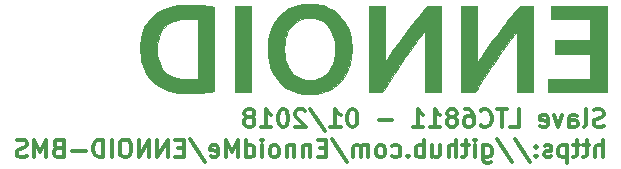
<source format=gbr>
G04 #@! TF.GenerationSoftware,KiCad,Pcbnew,5.1.0-rc2-unknown-d2d2101~82~ubuntu18.10.1*
G04 #@! TF.CreationDate,2019-03-08T15:06:41-05:00*
G04 #@! TF.ProjectId,LTC6811,4c544336-3831-4312-9e6b-696361645f70,rev?*
G04 #@! TF.SameCoordinates,Original*
G04 #@! TF.FileFunction,Legend,Bot*
G04 #@! TF.FilePolarity,Positive*
%FSLAX46Y46*%
G04 Gerber Fmt 4.6, Leading zero omitted, Abs format (unit mm)*
G04 Created by KiCad (PCBNEW 5.1.0-rc2-unknown-d2d2101~82~ubuntu18.10.1) date 2019-03-08 15:06:41*
%MOMM*%
%LPD*%
G04 APERTURE LIST*
%ADD10C,0.300000*%
%ADD11C,0.010000*%
G04 APERTURE END LIST*
D10*
X72519285Y-44832142D02*
X72305000Y-44903571D01*
X71947857Y-44903571D01*
X71805000Y-44832142D01*
X71733571Y-44760714D01*
X71662142Y-44617857D01*
X71662142Y-44475000D01*
X71733571Y-44332142D01*
X71805000Y-44260714D01*
X71947857Y-44189285D01*
X72233571Y-44117857D01*
X72376428Y-44046428D01*
X72447857Y-43975000D01*
X72519285Y-43832142D01*
X72519285Y-43689285D01*
X72447857Y-43546428D01*
X72376428Y-43475000D01*
X72233571Y-43403571D01*
X71876428Y-43403571D01*
X71662142Y-43475000D01*
X70805000Y-44903571D02*
X70947857Y-44832142D01*
X71019285Y-44689285D01*
X71019285Y-43403571D01*
X69590714Y-44903571D02*
X69590714Y-44117857D01*
X69662142Y-43975000D01*
X69805000Y-43903571D01*
X70090714Y-43903571D01*
X70233571Y-43975000D01*
X69590714Y-44832142D02*
X69733571Y-44903571D01*
X70090714Y-44903571D01*
X70233571Y-44832142D01*
X70305000Y-44689285D01*
X70305000Y-44546428D01*
X70233571Y-44403571D01*
X70090714Y-44332142D01*
X69733571Y-44332142D01*
X69590714Y-44260714D01*
X69019285Y-43903571D02*
X68662142Y-44903571D01*
X68305000Y-43903571D01*
X67162142Y-44832142D02*
X67305000Y-44903571D01*
X67590714Y-44903571D01*
X67733571Y-44832142D01*
X67805000Y-44689285D01*
X67805000Y-44117857D01*
X67733571Y-43975000D01*
X67590714Y-43903571D01*
X67305000Y-43903571D01*
X67162142Y-43975000D01*
X67090714Y-44117857D01*
X67090714Y-44260714D01*
X67805000Y-44403571D01*
X64590714Y-44903571D02*
X65305000Y-44903571D01*
X65305000Y-43403571D01*
X64305000Y-43403571D02*
X63447857Y-43403571D01*
X63876428Y-44903571D02*
X63876428Y-43403571D01*
X62090714Y-44760714D02*
X62162142Y-44832142D01*
X62376428Y-44903571D01*
X62519285Y-44903571D01*
X62733571Y-44832142D01*
X62876428Y-44689285D01*
X62947857Y-44546428D01*
X63019285Y-44260714D01*
X63019285Y-44046428D01*
X62947857Y-43760714D01*
X62876428Y-43617857D01*
X62733571Y-43475000D01*
X62519285Y-43403571D01*
X62376428Y-43403571D01*
X62162142Y-43475000D01*
X62090714Y-43546428D01*
X60805000Y-43403571D02*
X61090714Y-43403571D01*
X61233571Y-43475000D01*
X61305000Y-43546428D01*
X61447857Y-43760714D01*
X61519285Y-44046428D01*
X61519285Y-44617857D01*
X61447857Y-44760714D01*
X61376428Y-44832142D01*
X61233571Y-44903571D01*
X60947857Y-44903571D01*
X60805000Y-44832142D01*
X60733571Y-44760714D01*
X60662142Y-44617857D01*
X60662142Y-44260714D01*
X60733571Y-44117857D01*
X60805000Y-44046428D01*
X60947857Y-43975000D01*
X61233571Y-43975000D01*
X61376428Y-44046428D01*
X61447857Y-44117857D01*
X61519285Y-44260714D01*
X59805000Y-44046428D02*
X59947857Y-43975000D01*
X60019285Y-43903571D01*
X60090714Y-43760714D01*
X60090714Y-43689285D01*
X60019285Y-43546428D01*
X59947857Y-43475000D01*
X59805000Y-43403571D01*
X59519285Y-43403571D01*
X59376428Y-43475000D01*
X59305000Y-43546428D01*
X59233571Y-43689285D01*
X59233571Y-43760714D01*
X59305000Y-43903571D01*
X59376428Y-43975000D01*
X59519285Y-44046428D01*
X59805000Y-44046428D01*
X59947857Y-44117857D01*
X60019285Y-44189285D01*
X60090714Y-44332142D01*
X60090714Y-44617857D01*
X60019285Y-44760714D01*
X59947857Y-44832142D01*
X59805000Y-44903571D01*
X59519285Y-44903571D01*
X59376428Y-44832142D01*
X59305000Y-44760714D01*
X59233571Y-44617857D01*
X59233571Y-44332142D01*
X59305000Y-44189285D01*
X59376428Y-44117857D01*
X59519285Y-44046428D01*
X57805000Y-44903571D02*
X58662142Y-44903571D01*
X58233571Y-44903571D02*
X58233571Y-43403571D01*
X58376428Y-43617857D01*
X58519285Y-43760714D01*
X58662142Y-43832142D01*
X56376428Y-44903571D02*
X57233571Y-44903571D01*
X56805000Y-44903571D02*
X56805000Y-43403571D01*
X56947857Y-43617857D01*
X57090714Y-43760714D01*
X57233571Y-43832142D01*
X54590714Y-44332142D02*
X53447857Y-44332142D01*
X51305000Y-43403571D02*
X51162142Y-43403571D01*
X51019285Y-43475000D01*
X50947857Y-43546428D01*
X50876428Y-43689285D01*
X50805000Y-43975000D01*
X50805000Y-44332142D01*
X50876428Y-44617857D01*
X50947857Y-44760714D01*
X51019285Y-44832142D01*
X51162142Y-44903571D01*
X51305000Y-44903571D01*
X51447857Y-44832142D01*
X51519285Y-44760714D01*
X51590714Y-44617857D01*
X51662142Y-44332142D01*
X51662142Y-43975000D01*
X51590714Y-43689285D01*
X51519285Y-43546428D01*
X51447857Y-43475000D01*
X51305000Y-43403571D01*
X49376428Y-44903571D02*
X50233571Y-44903571D01*
X49805000Y-44903571D02*
X49805000Y-43403571D01*
X49947857Y-43617857D01*
X50090714Y-43760714D01*
X50233571Y-43832142D01*
X47662142Y-43332142D02*
X48947857Y-45260714D01*
X47233571Y-43546428D02*
X47162142Y-43475000D01*
X47019285Y-43403571D01*
X46662142Y-43403571D01*
X46519285Y-43475000D01*
X46447857Y-43546428D01*
X46376428Y-43689285D01*
X46376428Y-43832142D01*
X46447857Y-44046428D01*
X47305000Y-44903571D01*
X46376428Y-44903571D01*
X45447857Y-43403571D02*
X45305000Y-43403571D01*
X45162142Y-43475000D01*
X45090714Y-43546428D01*
X45019285Y-43689285D01*
X44947857Y-43975000D01*
X44947857Y-44332142D01*
X45019285Y-44617857D01*
X45090714Y-44760714D01*
X45162142Y-44832142D01*
X45305000Y-44903571D01*
X45447857Y-44903571D01*
X45590714Y-44832142D01*
X45662142Y-44760714D01*
X45733571Y-44617857D01*
X45805000Y-44332142D01*
X45805000Y-43975000D01*
X45733571Y-43689285D01*
X45662142Y-43546428D01*
X45590714Y-43475000D01*
X45447857Y-43403571D01*
X43519285Y-44903571D02*
X44376428Y-44903571D01*
X43947857Y-44903571D02*
X43947857Y-43403571D01*
X44090714Y-43617857D01*
X44233571Y-43760714D01*
X44376428Y-43832142D01*
X42662142Y-44046428D02*
X42805000Y-43975000D01*
X42876428Y-43903571D01*
X42947857Y-43760714D01*
X42947857Y-43689285D01*
X42876428Y-43546428D01*
X42805000Y-43475000D01*
X42662142Y-43403571D01*
X42376428Y-43403571D01*
X42233571Y-43475000D01*
X42162142Y-43546428D01*
X42090714Y-43689285D01*
X42090714Y-43760714D01*
X42162142Y-43903571D01*
X42233571Y-43975000D01*
X42376428Y-44046428D01*
X42662142Y-44046428D01*
X42805000Y-44117857D01*
X42876428Y-44189285D01*
X42947857Y-44332142D01*
X42947857Y-44617857D01*
X42876428Y-44760714D01*
X42805000Y-44832142D01*
X42662142Y-44903571D01*
X42376428Y-44903571D01*
X42233571Y-44832142D01*
X42162142Y-44760714D01*
X42090714Y-44617857D01*
X42090714Y-44332142D01*
X42162142Y-44189285D01*
X42233571Y-44117857D01*
X42376428Y-44046428D01*
X72447857Y-47453571D02*
X72447857Y-45953571D01*
X71805000Y-47453571D02*
X71805000Y-46667857D01*
X71876428Y-46525000D01*
X72019285Y-46453571D01*
X72233571Y-46453571D01*
X72376428Y-46525000D01*
X72447857Y-46596428D01*
X71305000Y-46453571D02*
X70733571Y-46453571D01*
X71090714Y-45953571D02*
X71090714Y-47239285D01*
X71019285Y-47382142D01*
X70876428Y-47453571D01*
X70733571Y-47453571D01*
X70447857Y-46453571D02*
X69876428Y-46453571D01*
X70233571Y-45953571D02*
X70233571Y-47239285D01*
X70162142Y-47382142D01*
X70019285Y-47453571D01*
X69876428Y-47453571D01*
X69376428Y-46453571D02*
X69376428Y-47953571D01*
X69376428Y-46525000D02*
X69233571Y-46453571D01*
X68947857Y-46453571D01*
X68805000Y-46525000D01*
X68733571Y-46596428D01*
X68662142Y-46739285D01*
X68662142Y-47167857D01*
X68733571Y-47310714D01*
X68805000Y-47382142D01*
X68947857Y-47453571D01*
X69233571Y-47453571D01*
X69376428Y-47382142D01*
X68090714Y-47382142D02*
X67947857Y-47453571D01*
X67662142Y-47453571D01*
X67519285Y-47382142D01*
X67447857Y-47239285D01*
X67447857Y-47167857D01*
X67519285Y-47025000D01*
X67662142Y-46953571D01*
X67876428Y-46953571D01*
X68019285Y-46882142D01*
X68090714Y-46739285D01*
X68090714Y-46667857D01*
X68019285Y-46525000D01*
X67876428Y-46453571D01*
X67662142Y-46453571D01*
X67519285Y-46525000D01*
X66804999Y-47310714D02*
X66733571Y-47382142D01*
X66804999Y-47453571D01*
X66876428Y-47382142D01*
X66804999Y-47310714D01*
X66804999Y-47453571D01*
X66804999Y-46525000D02*
X66733571Y-46596428D01*
X66804999Y-46667857D01*
X66876428Y-46596428D01*
X66804999Y-46525000D01*
X66804999Y-46667857D01*
X65019285Y-45882142D02*
X66304999Y-47810714D01*
X63447857Y-45882142D02*
X64733571Y-47810714D01*
X62304999Y-46453571D02*
X62304999Y-47667857D01*
X62376428Y-47810714D01*
X62447857Y-47882142D01*
X62590714Y-47953571D01*
X62804999Y-47953571D01*
X62947857Y-47882142D01*
X62304999Y-47382142D02*
X62447857Y-47453571D01*
X62733571Y-47453571D01*
X62876428Y-47382142D01*
X62947857Y-47310714D01*
X63019285Y-47167857D01*
X63019285Y-46739285D01*
X62947857Y-46596428D01*
X62876428Y-46525000D01*
X62733571Y-46453571D01*
X62447857Y-46453571D01*
X62304999Y-46525000D01*
X61590714Y-47453571D02*
X61590714Y-46453571D01*
X61590714Y-45953571D02*
X61662142Y-46025000D01*
X61590714Y-46096428D01*
X61519285Y-46025000D01*
X61590714Y-45953571D01*
X61590714Y-46096428D01*
X61090714Y-46453571D02*
X60519285Y-46453571D01*
X60876428Y-45953571D02*
X60876428Y-47239285D01*
X60804999Y-47382142D01*
X60662142Y-47453571D01*
X60519285Y-47453571D01*
X60019285Y-47453571D02*
X60019285Y-45953571D01*
X59376428Y-47453571D02*
X59376428Y-46667857D01*
X59447857Y-46525000D01*
X59590714Y-46453571D01*
X59804999Y-46453571D01*
X59947857Y-46525000D01*
X60019285Y-46596428D01*
X58019285Y-46453571D02*
X58019285Y-47453571D01*
X58662142Y-46453571D02*
X58662142Y-47239285D01*
X58590714Y-47382142D01*
X58447857Y-47453571D01*
X58233571Y-47453571D01*
X58090714Y-47382142D01*
X58019285Y-47310714D01*
X57304999Y-47453571D02*
X57304999Y-45953571D01*
X57304999Y-46525000D02*
X57162142Y-46453571D01*
X56876428Y-46453571D01*
X56733571Y-46525000D01*
X56662142Y-46596428D01*
X56590714Y-46739285D01*
X56590714Y-47167857D01*
X56662142Y-47310714D01*
X56733571Y-47382142D01*
X56876428Y-47453571D01*
X57162142Y-47453571D01*
X57304999Y-47382142D01*
X55947857Y-47310714D02*
X55876428Y-47382142D01*
X55947857Y-47453571D01*
X56019285Y-47382142D01*
X55947857Y-47310714D01*
X55947857Y-47453571D01*
X54590714Y-47382142D02*
X54733571Y-47453571D01*
X55019285Y-47453571D01*
X55162142Y-47382142D01*
X55233571Y-47310714D01*
X55304999Y-47167857D01*
X55304999Y-46739285D01*
X55233571Y-46596428D01*
X55162142Y-46525000D01*
X55019285Y-46453571D01*
X54733571Y-46453571D01*
X54590714Y-46525000D01*
X53733571Y-47453571D02*
X53876428Y-47382142D01*
X53947857Y-47310714D01*
X54019285Y-47167857D01*
X54019285Y-46739285D01*
X53947857Y-46596428D01*
X53876428Y-46525000D01*
X53733571Y-46453571D01*
X53519285Y-46453571D01*
X53376428Y-46525000D01*
X53304999Y-46596428D01*
X53233571Y-46739285D01*
X53233571Y-47167857D01*
X53304999Y-47310714D01*
X53376428Y-47382142D01*
X53519285Y-47453571D01*
X53733571Y-47453571D01*
X52590714Y-47453571D02*
X52590714Y-46453571D01*
X52590714Y-46596428D02*
X52519285Y-46525000D01*
X52376428Y-46453571D01*
X52162142Y-46453571D01*
X52019285Y-46525000D01*
X51947857Y-46667857D01*
X51947857Y-47453571D01*
X51947857Y-46667857D02*
X51876428Y-46525000D01*
X51733571Y-46453571D01*
X51519285Y-46453571D01*
X51376428Y-46525000D01*
X51304999Y-46667857D01*
X51304999Y-47453571D01*
X49519285Y-45882142D02*
X50804999Y-47810714D01*
X49019285Y-46667857D02*
X48519285Y-46667857D01*
X48304999Y-47453571D02*
X49019285Y-47453571D01*
X49019285Y-45953571D01*
X48304999Y-45953571D01*
X47662142Y-46453571D02*
X47662142Y-47453571D01*
X47662142Y-46596428D02*
X47590714Y-46525000D01*
X47447857Y-46453571D01*
X47233571Y-46453571D01*
X47090714Y-46525000D01*
X47019285Y-46667857D01*
X47019285Y-47453571D01*
X46304999Y-46453571D02*
X46304999Y-47453571D01*
X46304999Y-46596428D02*
X46233571Y-46525000D01*
X46090714Y-46453571D01*
X45876428Y-46453571D01*
X45733571Y-46525000D01*
X45662142Y-46667857D01*
X45662142Y-47453571D01*
X44733571Y-47453571D02*
X44876428Y-47382142D01*
X44947857Y-47310714D01*
X45019285Y-47167857D01*
X45019285Y-46739285D01*
X44947857Y-46596428D01*
X44876428Y-46525000D01*
X44733571Y-46453571D01*
X44519285Y-46453571D01*
X44376428Y-46525000D01*
X44304999Y-46596428D01*
X44233571Y-46739285D01*
X44233571Y-47167857D01*
X44304999Y-47310714D01*
X44376428Y-47382142D01*
X44519285Y-47453571D01*
X44733571Y-47453571D01*
X43590714Y-47453571D02*
X43590714Y-46453571D01*
X43590714Y-45953571D02*
X43662142Y-46025000D01*
X43590714Y-46096428D01*
X43519285Y-46025000D01*
X43590714Y-45953571D01*
X43590714Y-46096428D01*
X42233571Y-47453571D02*
X42233571Y-45953571D01*
X42233571Y-47382142D02*
X42376428Y-47453571D01*
X42662142Y-47453571D01*
X42804999Y-47382142D01*
X42876428Y-47310714D01*
X42947857Y-47167857D01*
X42947857Y-46739285D01*
X42876428Y-46596428D01*
X42804999Y-46525000D01*
X42662142Y-46453571D01*
X42376428Y-46453571D01*
X42233571Y-46525000D01*
X41519285Y-47453571D02*
X41519285Y-45953571D01*
X41019285Y-47025000D01*
X40519285Y-45953571D01*
X40519285Y-47453571D01*
X39233571Y-47382142D02*
X39376428Y-47453571D01*
X39662142Y-47453571D01*
X39804999Y-47382142D01*
X39876428Y-47239285D01*
X39876428Y-46667857D01*
X39804999Y-46525000D01*
X39662142Y-46453571D01*
X39376428Y-46453571D01*
X39233571Y-46525000D01*
X39162142Y-46667857D01*
X39162142Y-46810714D01*
X39876428Y-46953571D01*
X37447857Y-45882142D02*
X38733571Y-47810714D01*
X36947857Y-46667857D02*
X36447857Y-46667857D01*
X36233571Y-47453571D02*
X36947857Y-47453571D01*
X36947857Y-45953571D01*
X36233571Y-45953571D01*
X35590714Y-47453571D02*
X35590714Y-45953571D01*
X34733571Y-47453571D01*
X34733571Y-45953571D01*
X34019285Y-47453571D02*
X34019285Y-45953571D01*
X33162142Y-47453571D01*
X33162142Y-45953571D01*
X32162142Y-45953571D02*
X31876428Y-45953571D01*
X31733571Y-46025000D01*
X31590714Y-46167857D01*
X31519285Y-46453571D01*
X31519285Y-46953571D01*
X31590714Y-47239285D01*
X31733571Y-47382142D01*
X31876428Y-47453571D01*
X32162142Y-47453571D01*
X32304999Y-47382142D01*
X32447857Y-47239285D01*
X32519285Y-46953571D01*
X32519285Y-46453571D01*
X32447857Y-46167857D01*
X32304999Y-46025000D01*
X32162142Y-45953571D01*
X30876428Y-47453571D02*
X30876428Y-45953571D01*
X30162142Y-47453571D02*
X30162142Y-45953571D01*
X29804999Y-45953571D01*
X29590714Y-46025000D01*
X29447857Y-46167857D01*
X29376428Y-46310714D01*
X29304999Y-46596428D01*
X29304999Y-46810714D01*
X29376428Y-47096428D01*
X29447857Y-47239285D01*
X29590714Y-47382142D01*
X29804999Y-47453571D01*
X30162142Y-47453571D01*
X28662142Y-46882142D02*
X27519285Y-46882142D01*
X26304999Y-46667857D02*
X26090714Y-46739285D01*
X26019285Y-46810714D01*
X25947857Y-46953571D01*
X25947857Y-47167857D01*
X26019285Y-47310714D01*
X26090714Y-47382142D01*
X26233571Y-47453571D01*
X26804999Y-47453571D01*
X26804999Y-45953571D01*
X26304999Y-45953571D01*
X26162142Y-46025000D01*
X26090714Y-46096428D01*
X26019285Y-46239285D01*
X26019285Y-46382142D01*
X26090714Y-46525000D01*
X26162142Y-46596428D01*
X26304999Y-46667857D01*
X26804999Y-46667857D01*
X25304999Y-47453571D02*
X25304999Y-45953571D01*
X24804999Y-47025000D01*
X24304999Y-45953571D01*
X24304999Y-47453571D01*
X23662142Y-47382142D02*
X23447857Y-47453571D01*
X23090714Y-47453571D01*
X22947857Y-47382142D01*
X22876428Y-47310714D01*
X22804999Y-47167857D01*
X22804999Y-47025000D01*
X22876428Y-46882142D01*
X22947857Y-46810714D01*
X23090714Y-46739285D01*
X23376428Y-46667857D01*
X23519285Y-46596428D01*
X23590714Y-46525000D01*
X23662142Y-46382142D01*
X23662142Y-46239285D01*
X23590714Y-46096428D01*
X23519285Y-46025000D01*
X23376428Y-45953571D01*
X23019285Y-45953571D01*
X22804999Y-46025000D01*
D11*
G36*
X41264724Y-41960250D02*
G01*
X42612695Y-41960250D01*
X42612695Y-34612487D01*
X41264724Y-34612487D01*
X41264724Y-41960250D01*
X41264724Y-41960250D01*
G37*
X41264724Y-41960250D02*
X42612695Y-41960250D01*
X42612695Y-34612487D01*
X41264724Y-34612487D01*
X41264724Y-41960250D01*
G36*
X57395727Y-34843757D02*
G01*
X57176629Y-35091875D01*
X56943506Y-35367007D01*
X56693749Y-35672411D01*
X56424754Y-36011346D01*
X56133913Y-36387068D01*
X55818620Y-36802837D01*
X55673500Y-36996586D01*
X55548160Y-37165994D01*
X55408227Y-37357727D01*
X55257712Y-37566079D01*
X55100621Y-37785349D01*
X54940966Y-38009831D01*
X54782754Y-38233824D01*
X54629994Y-38451622D01*
X54486696Y-38657523D01*
X54356868Y-38845822D01*
X54244519Y-39010817D01*
X54153659Y-39146804D01*
X54088295Y-39248079D01*
X54070001Y-39277903D01*
X53991155Y-39409678D01*
X53984407Y-37011083D01*
X53977660Y-34612487D01*
X52629968Y-34612487D01*
X52629968Y-41960250D01*
X53780762Y-41960250D01*
X53897420Y-41768627D01*
X54078810Y-41474217D01*
X54284148Y-41147089D01*
X54506714Y-40797579D01*
X54739788Y-40436025D01*
X54976651Y-40072765D01*
X55210581Y-39718136D01*
X55434859Y-39382475D01*
X55642766Y-39076120D01*
X55731571Y-38947139D01*
X55837378Y-38796464D01*
X55965060Y-38618178D01*
X56109342Y-38419359D01*
X56264947Y-38207087D01*
X56426602Y-37988439D01*
X56589030Y-37770495D01*
X56746957Y-37560335D01*
X56895107Y-37365037D01*
X57028205Y-37191679D01*
X57140975Y-37047342D01*
X57226314Y-36941318D01*
X57387513Y-36746007D01*
X57387513Y-41960250D01*
X58735483Y-41960250D01*
X58735483Y-34612487D01*
X57604679Y-34612487D01*
X57395727Y-34843757D01*
X57395727Y-34843757D01*
G37*
X57395727Y-34843757D02*
X57176629Y-35091875D01*
X56943506Y-35367007D01*
X56693749Y-35672411D01*
X56424754Y-36011346D01*
X56133913Y-36387068D01*
X55818620Y-36802837D01*
X55673500Y-36996586D01*
X55548160Y-37165994D01*
X55408227Y-37357727D01*
X55257712Y-37566079D01*
X55100621Y-37785349D01*
X54940966Y-38009831D01*
X54782754Y-38233824D01*
X54629994Y-38451622D01*
X54486696Y-38657523D01*
X54356868Y-38845822D01*
X54244519Y-39010817D01*
X54153659Y-39146804D01*
X54088295Y-39248079D01*
X54070001Y-39277903D01*
X53991155Y-39409678D01*
X53984407Y-37011083D01*
X53977660Y-34612487D01*
X52629968Y-34612487D01*
X52629968Y-41960250D01*
X53780762Y-41960250D01*
X53897420Y-41768627D01*
X54078810Y-41474217D01*
X54284148Y-41147089D01*
X54506714Y-40797579D01*
X54739788Y-40436025D01*
X54976651Y-40072765D01*
X55210581Y-39718136D01*
X55434859Y-39382475D01*
X55642766Y-39076120D01*
X55731571Y-38947139D01*
X55837378Y-38796464D01*
X55965060Y-38618178D01*
X56109342Y-38419359D01*
X56264947Y-38207087D01*
X56426602Y-37988439D01*
X56589030Y-37770495D01*
X56746957Y-37560335D01*
X56895107Y-37365037D01*
X57028205Y-37191679D01*
X57140975Y-37047342D01*
X57226314Y-36941318D01*
X57387513Y-36746007D01*
X57387513Y-41960250D01*
X58735483Y-41960250D01*
X58735483Y-34612487D01*
X57604679Y-34612487D01*
X57395727Y-34843757D01*
G36*
X65125581Y-34962695D02*
G01*
X64839541Y-35296309D01*
X64531926Y-35670216D01*
X64207089Y-36078642D01*
X63869383Y-36515813D01*
X63523160Y-36975956D01*
X63172775Y-37453298D01*
X62822579Y-37942064D01*
X62476926Y-38436482D01*
X62192710Y-38852769D01*
X61801456Y-39432385D01*
X61801456Y-34612487D01*
X60453486Y-34612487D01*
X60453486Y-41960250D01*
X61617742Y-41960250D01*
X61689776Y-41839003D01*
X61762488Y-41718907D01*
X61859678Y-41561833D01*
X61976758Y-41374957D01*
X62109143Y-41165454D01*
X62252244Y-40940501D01*
X62401476Y-40707275D01*
X62552252Y-40472950D01*
X62699984Y-40244704D01*
X62840086Y-40029711D01*
X62967971Y-39835149D01*
X63039601Y-39727196D01*
X63439813Y-39136100D01*
X63836269Y-38568931D01*
X64224551Y-38031797D01*
X64600246Y-37530810D01*
X64957340Y-37074070D01*
X65197814Y-36773633D01*
X65204552Y-39366942D01*
X65211289Y-41960250D01*
X66559001Y-41960250D01*
X66559001Y-34612487D01*
X65433364Y-34612487D01*
X65125581Y-34962695D01*
X65125581Y-34962695D01*
G37*
X65125581Y-34962695D02*
X64839541Y-35296309D01*
X64531926Y-35670216D01*
X64207089Y-36078642D01*
X63869383Y-36515813D01*
X63523160Y-36975956D01*
X63172775Y-37453298D01*
X62822579Y-37942064D01*
X62476926Y-38436482D01*
X62192710Y-38852769D01*
X61801456Y-39432385D01*
X61801456Y-34612487D01*
X60453486Y-34612487D01*
X60453486Y-41960250D01*
X61617742Y-41960250D01*
X61689776Y-41839003D01*
X61762488Y-41718907D01*
X61859678Y-41561833D01*
X61976758Y-41374957D01*
X62109143Y-41165454D01*
X62252244Y-40940501D01*
X62401476Y-40707275D01*
X62552252Y-40472950D01*
X62699984Y-40244704D01*
X62840086Y-40029711D01*
X62967971Y-39835149D01*
X63039601Y-39727196D01*
X63439813Y-39136100D01*
X63836269Y-38568931D01*
X64224551Y-38031797D01*
X64600246Y-37530810D01*
X64957340Y-37074070D01*
X65197814Y-36773633D01*
X65204552Y-39366942D01*
X65211289Y-41960250D01*
X66559001Y-41960250D01*
X66559001Y-34612487D01*
X65433364Y-34612487D01*
X65125581Y-34962695D01*
G36*
X68012695Y-35775443D02*
G01*
X71395837Y-35775443D01*
X71395837Y-37546306D01*
X68382726Y-37546306D01*
X68382726Y-38682831D01*
X71395837Y-38682831D01*
X71395837Y-40797295D01*
X67774817Y-40797295D01*
X67774817Y-41960250D01*
X72770239Y-41960250D01*
X72770239Y-34612487D01*
X68012695Y-34612487D01*
X68012695Y-35775443D01*
X68012695Y-35775443D01*
G37*
X68012695Y-35775443D02*
X71395837Y-35775443D01*
X71395837Y-37546306D01*
X68382726Y-37546306D01*
X68382726Y-38682831D01*
X71395837Y-38682831D01*
X71395837Y-40797295D01*
X67774817Y-40797295D01*
X67774817Y-41960250D01*
X72770239Y-41960250D01*
X72770239Y-34612487D01*
X68012695Y-34612487D01*
X68012695Y-35775443D01*
G36*
X37221357Y-34547397D02*
G01*
X36961424Y-34555122D01*
X36728997Y-34569084D01*
X36532104Y-34589589D01*
X36498794Y-34594337D01*
X36049686Y-34676317D01*
X35644252Y-34781796D01*
X35277796Y-34912944D01*
X34945622Y-35071935D01*
X34643035Y-35260942D01*
X34365337Y-35482137D01*
X34168641Y-35672485D01*
X33921696Y-35966569D01*
X33715450Y-36289892D01*
X33549282Y-36644034D01*
X33422569Y-37030576D01*
X33334689Y-37451098D01*
X33285021Y-37907181D01*
X33284208Y-37919950D01*
X33273317Y-38420754D01*
X33304867Y-38892778D01*
X33378488Y-39335273D01*
X33493808Y-39747488D01*
X33650458Y-40128674D01*
X33848066Y-40478082D01*
X34086261Y-40794961D01*
X34364674Y-41078563D01*
X34682932Y-41328137D01*
X35040666Y-41542934D01*
X35088100Y-41567281D01*
X35406769Y-41711032D01*
X35739764Y-41826856D01*
X36093371Y-41915952D01*
X36473878Y-41979521D01*
X36887574Y-42018765D01*
X37340744Y-42034884D01*
X37537819Y-42035099D01*
X37712989Y-42033380D01*
X37876520Y-42031125D01*
X38018772Y-42028518D01*
X38130103Y-42025742D01*
X38200872Y-42022981D01*
X38211966Y-42022247D01*
X38539298Y-41994359D01*
X38824684Y-41966177D01*
X39065787Y-41937990D01*
X39260267Y-41910090D01*
X39405784Y-41882769D01*
X39474037Y-41865143D01*
X39480610Y-41861089D01*
X39486531Y-41851414D01*
X39491834Y-41833493D01*
X39496553Y-41804699D01*
X39500721Y-41762408D01*
X39504373Y-41703994D01*
X39507542Y-41626832D01*
X39510263Y-41528295D01*
X39512569Y-41405760D01*
X39514495Y-41256600D01*
X39516073Y-41078190D01*
X39517339Y-40867905D01*
X39518326Y-40623119D01*
X39519068Y-40341206D01*
X39519599Y-40019542D01*
X39519953Y-39655500D01*
X39520163Y-39246456D01*
X39520265Y-38789784D01*
X39520291Y-38286369D01*
X39520264Y-37779786D01*
X39520163Y-37323439D01*
X39519951Y-36914704D01*
X39519596Y-36550955D01*
X39519064Y-36229566D01*
X39518321Y-35947914D01*
X39517543Y-35755177D01*
X38145889Y-35755177D01*
X38145889Y-40850156D01*
X37557804Y-40850001D01*
X37293563Y-40847467D01*
X37062074Y-40840213D01*
X36869901Y-40828536D01*
X36723610Y-40812733D01*
X36718516Y-40811976D01*
X36348529Y-40734701D01*
X36015795Y-40620003D01*
X35720257Y-40467819D01*
X35461858Y-40278084D01*
X35240542Y-40050732D01*
X35056254Y-39785700D01*
X34908937Y-39482923D01*
X34798535Y-39142335D01*
X34724992Y-38763873D01*
X34695989Y-38484600D01*
X34690486Y-38193150D01*
X34712202Y-37888597D01*
X34758688Y-37584847D01*
X34827494Y-37295807D01*
X34916169Y-37035386D01*
X34974028Y-36906361D01*
X35138686Y-36628068D01*
X35336867Y-36388172D01*
X35569828Y-36185858D01*
X35838829Y-36020307D01*
X36145129Y-35890702D01*
X36489984Y-35796226D01*
X36753577Y-35750750D01*
X36839417Y-35742591D01*
X36961549Y-35735735D01*
X37110265Y-35730265D01*
X37275858Y-35726266D01*
X37448621Y-35723820D01*
X37618846Y-35723013D01*
X37776827Y-35723927D01*
X37912855Y-35726647D01*
X38017223Y-35731257D01*
X38080224Y-35737840D01*
X38086420Y-35739240D01*
X38145889Y-35755177D01*
X39517543Y-35755177D01*
X39517333Y-35703372D01*
X39516065Y-35493315D01*
X39514485Y-35315119D01*
X39512557Y-35166157D01*
X39510249Y-35043806D01*
X39507525Y-34945439D01*
X39504353Y-34868432D01*
X39500699Y-34810159D01*
X39496527Y-34767995D01*
X39491806Y-34739316D01*
X39486499Y-34721495D01*
X39480574Y-34711908D01*
X39474037Y-34707941D01*
X39327775Y-34673330D01*
X39136773Y-34642197D01*
X38909060Y-34614849D01*
X38652662Y-34591591D01*
X38375606Y-34572731D01*
X38085921Y-34558575D01*
X37791633Y-34549430D01*
X37500769Y-34545601D01*
X37221357Y-34547397D01*
X37221357Y-34547397D01*
G37*
X37221357Y-34547397D02*
X36961424Y-34555122D01*
X36728997Y-34569084D01*
X36532104Y-34589589D01*
X36498794Y-34594337D01*
X36049686Y-34676317D01*
X35644252Y-34781796D01*
X35277796Y-34912944D01*
X34945622Y-35071935D01*
X34643035Y-35260942D01*
X34365337Y-35482137D01*
X34168641Y-35672485D01*
X33921696Y-35966569D01*
X33715450Y-36289892D01*
X33549282Y-36644034D01*
X33422569Y-37030576D01*
X33334689Y-37451098D01*
X33285021Y-37907181D01*
X33284208Y-37919950D01*
X33273317Y-38420754D01*
X33304867Y-38892778D01*
X33378488Y-39335273D01*
X33493808Y-39747488D01*
X33650458Y-40128674D01*
X33848066Y-40478082D01*
X34086261Y-40794961D01*
X34364674Y-41078563D01*
X34682932Y-41328137D01*
X35040666Y-41542934D01*
X35088100Y-41567281D01*
X35406769Y-41711032D01*
X35739764Y-41826856D01*
X36093371Y-41915952D01*
X36473878Y-41979521D01*
X36887574Y-42018765D01*
X37340744Y-42034884D01*
X37537819Y-42035099D01*
X37712989Y-42033380D01*
X37876520Y-42031125D01*
X38018772Y-42028518D01*
X38130103Y-42025742D01*
X38200872Y-42022981D01*
X38211966Y-42022247D01*
X38539298Y-41994359D01*
X38824684Y-41966177D01*
X39065787Y-41937990D01*
X39260267Y-41910090D01*
X39405784Y-41882769D01*
X39474037Y-41865143D01*
X39480610Y-41861089D01*
X39486531Y-41851414D01*
X39491834Y-41833493D01*
X39496553Y-41804699D01*
X39500721Y-41762408D01*
X39504373Y-41703994D01*
X39507542Y-41626832D01*
X39510263Y-41528295D01*
X39512569Y-41405760D01*
X39514495Y-41256600D01*
X39516073Y-41078190D01*
X39517339Y-40867905D01*
X39518326Y-40623119D01*
X39519068Y-40341206D01*
X39519599Y-40019542D01*
X39519953Y-39655500D01*
X39520163Y-39246456D01*
X39520265Y-38789784D01*
X39520291Y-38286369D01*
X39520264Y-37779786D01*
X39520163Y-37323439D01*
X39519951Y-36914704D01*
X39519596Y-36550955D01*
X39519064Y-36229566D01*
X39518321Y-35947914D01*
X39517543Y-35755177D01*
X38145889Y-35755177D01*
X38145889Y-40850156D01*
X37557804Y-40850001D01*
X37293563Y-40847467D01*
X37062074Y-40840213D01*
X36869901Y-40828536D01*
X36723610Y-40812733D01*
X36718516Y-40811976D01*
X36348529Y-40734701D01*
X36015795Y-40620003D01*
X35720257Y-40467819D01*
X35461858Y-40278084D01*
X35240542Y-40050732D01*
X35056254Y-39785700D01*
X34908937Y-39482923D01*
X34798535Y-39142335D01*
X34724992Y-38763873D01*
X34695989Y-38484600D01*
X34690486Y-38193150D01*
X34712202Y-37888597D01*
X34758688Y-37584847D01*
X34827494Y-37295807D01*
X34916169Y-37035386D01*
X34974028Y-36906361D01*
X35138686Y-36628068D01*
X35336867Y-36388172D01*
X35569828Y-36185858D01*
X35838829Y-36020307D01*
X36145129Y-35890702D01*
X36489984Y-35796226D01*
X36753577Y-35750750D01*
X36839417Y-35742591D01*
X36961549Y-35735735D01*
X37110265Y-35730265D01*
X37275858Y-35726266D01*
X37448621Y-35723820D01*
X37618846Y-35723013D01*
X37776827Y-35723927D01*
X37912855Y-35726647D01*
X38017223Y-35731257D01*
X38080224Y-35737840D01*
X38086420Y-35739240D01*
X38145889Y-35755177D01*
X39517543Y-35755177D01*
X39517333Y-35703372D01*
X39516065Y-35493315D01*
X39514485Y-35315119D01*
X39512557Y-35166157D01*
X39510249Y-35043806D01*
X39507525Y-34945439D01*
X39504353Y-34868432D01*
X39500699Y-34810159D01*
X39496527Y-34767995D01*
X39491806Y-34739316D01*
X39486499Y-34721495D01*
X39480574Y-34711908D01*
X39474037Y-34707941D01*
X39327775Y-34673330D01*
X39136773Y-34642197D01*
X38909060Y-34614849D01*
X38652662Y-34591591D01*
X38375606Y-34572731D01*
X38085921Y-34558575D01*
X37791633Y-34549430D01*
X37500769Y-34545601D01*
X37221357Y-34547397D01*
G36*
X47218936Y-34466088D02*
G01*
X47000145Y-34487429D01*
X46787832Y-34523842D01*
X46566853Y-34577025D01*
X46471876Y-34603596D01*
X46094970Y-34739536D01*
X45741507Y-34921450D01*
X45414083Y-35146735D01*
X45115295Y-35412788D01*
X44847738Y-35717005D01*
X44614011Y-36056783D01*
X44416708Y-36429518D01*
X44263235Y-36818145D01*
X44161518Y-37189055D01*
X44092149Y-37589618D01*
X44055064Y-38008717D01*
X44050197Y-38435236D01*
X44077484Y-38858059D01*
X44136860Y-39266067D01*
X44228261Y-39648145D01*
X44280685Y-39811119D01*
X44450301Y-40223264D01*
X44655813Y-40596879D01*
X44896623Y-40931433D01*
X45172130Y-41226389D01*
X45481735Y-41481216D01*
X45824839Y-41695378D01*
X46200842Y-41868342D01*
X46609146Y-41999574D01*
X46783502Y-42040715D01*
X46925487Y-42064006D01*
X47105437Y-42083152D01*
X47309296Y-42097622D01*
X47523006Y-42106883D01*
X47732510Y-42110405D01*
X47923752Y-42107655D01*
X48082676Y-42098103D01*
X48136732Y-42091889D01*
X48579745Y-42007415D01*
X48989832Y-41881655D01*
X49366894Y-41714682D01*
X49710830Y-41506566D01*
X50021542Y-41257378D01*
X50298930Y-40967188D01*
X50542895Y-40636067D01*
X50753337Y-40264086D01*
X50777838Y-40213549D01*
X50901964Y-39931468D01*
X50998917Y-39659188D01*
X51071462Y-39384295D01*
X51122365Y-39094376D01*
X51154392Y-38777016D01*
X51169406Y-38456087D01*
X51169417Y-38445027D01*
X49769006Y-38445027D01*
X49735881Y-38816901D01*
X49668228Y-39176741D01*
X49566774Y-39517409D01*
X49432249Y-39831767D01*
X49265380Y-40112674D01*
X49215019Y-40181669D01*
X49064719Y-40346764D01*
X48875919Y-40504761D01*
X48662925Y-40646086D01*
X48440042Y-40761166D01*
X48237358Y-40835976D01*
X47949018Y-40895780D01*
X47641992Y-40917234D01*
X47334227Y-40900095D01*
X47072053Y-40851632D01*
X46773565Y-40748581D01*
X46498417Y-40599276D01*
X46249775Y-40406325D01*
X46030804Y-40172334D01*
X45844672Y-39899912D01*
X45786308Y-39792924D01*
X45662834Y-39502182D01*
X45569922Y-39177876D01*
X45507716Y-38829681D01*
X45476362Y-38467268D01*
X45476007Y-38100311D01*
X45506796Y-37738481D01*
X45568874Y-37391451D01*
X45662388Y-37068894D01*
X45742293Y-36872173D01*
X45908795Y-36568156D01*
X46107613Y-36304808D01*
X46336669Y-36083490D01*
X46593883Y-35905562D01*
X46877176Y-35772383D01*
X47184467Y-35685314D01*
X47513679Y-35645714D01*
X47621332Y-35643289D01*
X47956692Y-35667806D01*
X48271276Y-35740154D01*
X48562493Y-35858531D01*
X48827751Y-36021131D01*
X49064458Y-36226150D01*
X49270023Y-36471785D01*
X49441854Y-36756232D01*
X49541653Y-36979982D01*
X49653925Y-37328598D01*
X49728756Y-37693737D01*
X49766874Y-38068260D01*
X49769006Y-38445027D01*
X51169417Y-38445027D01*
X51169828Y-38040284D01*
X51146379Y-37663097D01*
X51097189Y-37315072D01*
X51020384Y-36986759D01*
X50914094Y-36668706D01*
X50776446Y-36351460D01*
X50736562Y-36270466D01*
X50542090Y-35938231D01*
X50306433Y-35627574D01*
X50036319Y-35345053D01*
X49738475Y-35097224D01*
X49419627Y-34890646D01*
X49213501Y-34785775D01*
X48965036Y-34680100D01*
X48731962Y-34599079D01*
X48500283Y-34539644D01*
X48256005Y-34498725D01*
X47985133Y-34473252D01*
X47736532Y-34461832D01*
X47459351Y-34458121D01*
X47218936Y-34466088D01*
X47218936Y-34466088D01*
G37*
X47218936Y-34466088D02*
X47000145Y-34487429D01*
X46787832Y-34523842D01*
X46566853Y-34577025D01*
X46471876Y-34603596D01*
X46094970Y-34739536D01*
X45741507Y-34921450D01*
X45414083Y-35146735D01*
X45115295Y-35412788D01*
X44847738Y-35717005D01*
X44614011Y-36056783D01*
X44416708Y-36429518D01*
X44263235Y-36818145D01*
X44161518Y-37189055D01*
X44092149Y-37589618D01*
X44055064Y-38008717D01*
X44050197Y-38435236D01*
X44077484Y-38858059D01*
X44136860Y-39266067D01*
X44228261Y-39648145D01*
X44280685Y-39811119D01*
X44450301Y-40223264D01*
X44655813Y-40596879D01*
X44896623Y-40931433D01*
X45172130Y-41226389D01*
X45481735Y-41481216D01*
X45824839Y-41695378D01*
X46200842Y-41868342D01*
X46609146Y-41999574D01*
X46783502Y-42040715D01*
X46925487Y-42064006D01*
X47105437Y-42083152D01*
X47309296Y-42097622D01*
X47523006Y-42106883D01*
X47732510Y-42110405D01*
X47923752Y-42107655D01*
X48082676Y-42098103D01*
X48136732Y-42091889D01*
X48579745Y-42007415D01*
X48989832Y-41881655D01*
X49366894Y-41714682D01*
X49710830Y-41506566D01*
X50021542Y-41257378D01*
X50298930Y-40967188D01*
X50542895Y-40636067D01*
X50753337Y-40264086D01*
X50777838Y-40213549D01*
X50901964Y-39931468D01*
X50998917Y-39659188D01*
X51071462Y-39384295D01*
X51122365Y-39094376D01*
X51154392Y-38777016D01*
X51169406Y-38456087D01*
X51169417Y-38445027D01*
X49769006Y-38445027D01*
X49735881Y-38816901D01*
X49668228Y-39176741D01*
X49566774Y-39517409D01*
X49432249Y-39831767D01*
X49265380Y-40112674D01*
X49215019Y-40181669D01*
X49064719Y-40346764D01*
X48875919Y-40504761D01*
X48662925Y-40646086D01*
X48440042Y-40761166D01*
X48237358Y-40835976D01*
X47949018Y-40895780D01*
X47641992Y-40917234D01*
X47334227Y-40900095D01*
X47072053Y-40851632D01*
X46773565Y-40748581D01*
X46498417Y-40599276D01*
X46249775Y-40406325D01*
X46030804Y-40172334D01*
X45844672Y-39899912D01*
X45786308Y-39792924D01*
X45662834Y-39502182D01*
X45569922Y-39177876D01*
X45507716Y-38829681D01*
X45476362Y-38467268D01*
X45476007Y-38100311D01*
X45506796Y-37738481D01*
X45568874Y-37391451D01*
X45662388Y-37068894D01*
X45742293Y-36872173D01*
X45908795Y-36568156D01*
X46107613Y-36304808D01*
X46336669Y-36083490D01*
X46593883Y-35905562D01*
X46877176Y-35772383D01*
X47184467Y-35685314D01*
X47513679Y-35645714D01*
X47621332Y-35643289D01*
X47956692Y-35667806D01*
X48271276Y-35740154D01*
X48562493Y-35858531D01*
X48827751Y-36021131D01*
X49064458Y-36226150D01*
X49270023Y-36471785D01*
X49441854Y-36756232D01*
X49541653Y-36979982D01*
X49653925Y-37328598D01*
X49728756Y-37693737D01*
X49766874Y-38068260D01*
X49769006Y-38445027D01*
X51169417Y-38445027D01*
X51169828Y-38040284D01*
X51146379Y-37663097D01*
X51097189Y-37315072D01*
X51020384Y-36986759D01*
X50914094Y-36668706D01*
X50776446Y-36351460D01*
X50736562Y-36270466D01*
X50542090Y-35938231D01*
X50306433Y-35627574D01*
X50036319Y-35345053D01*
X49738475Y-35097224D01*
X49419627Y-34890646D01*
X49213501Y-34785775D01*
X48965036Y-34680100D01*
X48731962Y-34599079D01*
X48500283Y-34539644D01*
X48256005Y-34498725D01*
X47985133Y-34473252D01*
X47736532Y-34461832D01*
X47459351Y-34458121D01*
X47218936Y-34466088D01*
M02*

</source>
